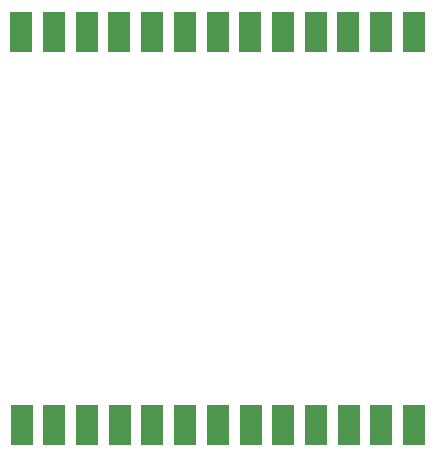
<source format=gbr>
G04 #@! TF.GenerationSoftware,KiCad,Pcbnew,8.0.4*
G04 #@! TF.CreationDate,2025-03-14T11:46:41-03:00*
G04 #@! TF.ProjectId,generic_8_bit_audio_dac,67656e65-7269-4635-9f38-5f6269745f61,rev?*
G04 #@! TF.SameCoordinates,Original*
G04 #@! TF.FileFunction,Paste,Top*
G04 #@! TF.FilePolarity,Positive*
%FSLAX46Y46*%
G04 Gerber Fmt 4.6, Leading zero omitted, Abs format (unit mm)*
G04 Created by KiCad (PCBNEW 8.0.4) date 2025-03-14 11:46:41*
%MOMM*%
%LPD*%
G01*
G04 APERTURE LIST*
%ADD10R,1.846667X3.480000*%
G04 APERTURE END LIST*
D10*
X152915001Y-100457000D03*
X150145001Y-100457000D03*
X147375001Y-100457000D03*
X144605001Y-100457000D03*
X141835001Y-100457000D03*
X139065001Y-100457000D03*
X136295001Y-100457000D03*
X133525001Y-100457000D03*
X130755001Y-100457000D03*
X127985001Y-100457000D03*
X125215001Y-100457000D03*
X122445001Y-100457000D03*
X119675001Y-100457000D03*
X119651000Y-67183000D03*
X122421000Y-67183000D03*
X125191000Y-67183000D03*
X127961000Y-67183000D03*
X130731000Y-67183000D03*
X133501000Y-67183000D03*
X136271000Y-67183000D03*
X139041000Y-67183000D03*
X141811000Y-67183000D03*
X144581000Y-67183000D03*
X147351000Y-67183000D03*
X150121000Y-67183000D03*
X152891000Y-67183000D03*
M02*

</source>
